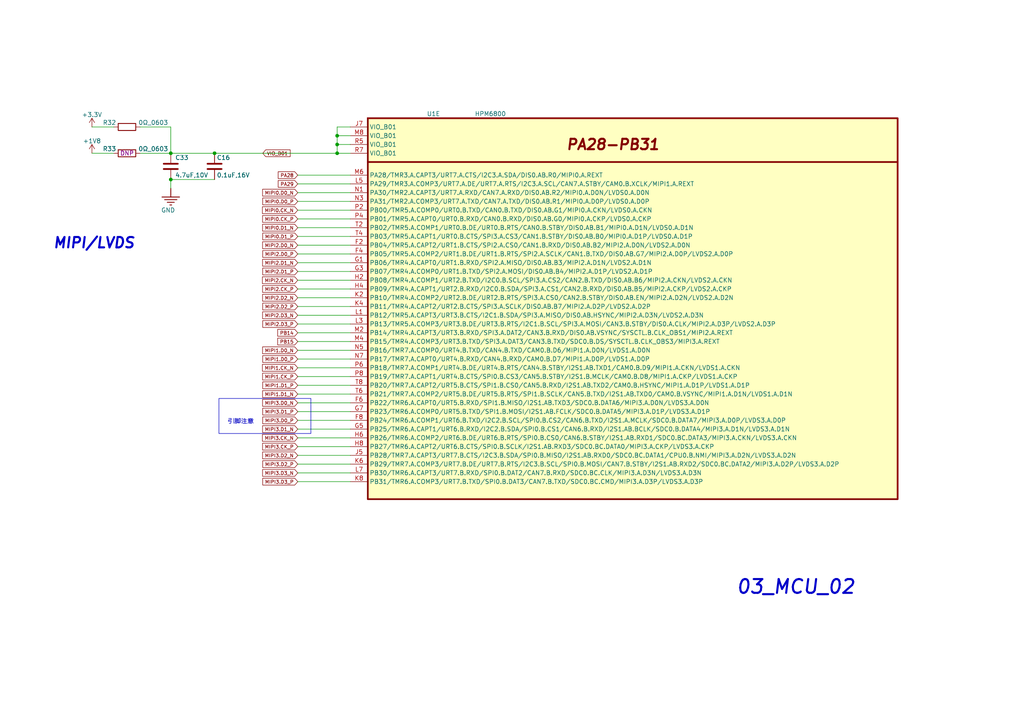
<source format=kicad_sch>
(kicad_sch (version 20230121) (generator eeschema)
  (paper "A4")
  (junction (at 62.23 44.45))
  (junction (at 97.79 44.45))
  (junction (at 49.53 52.07))
  (junction (at 97.79 41.91))
  (junction (at 49.53 44.45))
  (junction (at 97.79 39.37))
  (wire (pts (xy 97.79 44.45) (xy 101.6 44.45)))
  (wire (pts (xy 86.36 96.52) (xy 101.6 96.52)) (stroke (width 0.15)))
  (wire (pts (xy 49.53 36.83) (xy 49.53 44.45)))
  (wire (pts (xy 97.79 39.37) (xy 101.6 39.37)))
  (wire (pts (xy 97.79 36.83) (xy 101.6 36.83)) (stroke (width 0.15)))
  (wire (pts (xy 86.36 66.04) (xy 101.6 66.04)) (stroke (width 0.15)))
  (wire (pts (xy 26.67 36.83) (xy 33.02 36.83)) (stroke (width 0.15)))
  (wire (pts (xy 97.79 41.91) (xy 101.6 41.91)))
  (wire (pts (xy 86.36 137.16) (xy 101.6 137.16)) (stroke (width 0.15)))
  (wire (pts (xy 86.36 106.68) (xy 101.6 106.68)) (stroke (width 0.15)))
  (wire (pts (xy 97.79 39.37) (xy 97.79 41.91)))
  (wire (pts (xy 86.36 63.5) (xy 101.6 63.5)) (stroke (width 0.15)))
  (wire (pts (xy 86.36 99.06) (xy 101.6 99.06)) (stroke (width 0.15)))
  (wire (pts (xy 86.36 50.8) (xy 101.6 50.8)) (stroke (width 0.15)))
  (wire (pts (xy 86.36 53.34) (xy 101.6 53.34)) (stroke (width 0.15)))
  (wire (pts (xy 86.36 111.76) (xy 101.6 111.76)) (stroke (width 0.15)))
  (wire (pts (xy 86.36 81.28) (xy 101.6 81.28)) (stroke (width 0.15)))
  (wire (pts (xy 86.36 127) (xy 101.6 127)) (stroke (width 0.15)))
  (wire (pts (xy 86.36 91.44) (xy 101.6 91.44)) (stroke (width 0.15)))
  (wire (pts (xy 86.36 83.82) (xy 101.6 83.82)) (stroke (width 0.15)))
  (wire (pts (xy 86.36 88.9) (xy 101.6 88.9)) (stroke (width 0.15)))
  (wire (pts (xy 86.36 55.88) (xy 101.6 55.88)) (stroke (width 0.15)))
  (wire (pts (xy 86.36 134.62) (xy 101.6 134.62)) (stroke (width 0.15)))
  (wire (pts (xy 26.67 44.45) (xy 33.02 44.45)) (stroke (width 0.15)))
  (wire (pts (xy 86.36 68.58) (xy 101.6 68.58)) (stroke (width 0.15)))
  (wire (pts (xy 86.36 86.36) (xy 101.6 86.36)) (stroke (width 0.15)))
  (wire (pts (xy 86.36 78.74) (xy 101.6 78.74)) (stroke (width 0.15)))
  (wire (pts (xy 49.53 52.07) (xy 62.23 52.07)) (stroke (width 0.15)))
  (wire (pts (xy 49.53 54.61) (xy 49.53 52.07)) (stroke (width 0.15)))
  (wire (pts (xy 86.36 119.38) (xy 101.6 119.38)) (stroke (width 0.15)))
  (wire (pts (xy 86.36 132.08) (xy 101.6 132.08)) (stroke (width 0.15)))
  (wire (pts (xy 86.36 116.84) (xy 101.6 116.84)) (stroke (width 0.15)))
  (wire (pts (xy 86.36 109.22) (xy 101.6 109.22)) (stroke (width 0.15)))
  (wire (pts (xy 86.36 101.6) (xy 101.6 101.6)) (stroke (width 0.15)))
  (wire (pts (xy 86.36 71.12) (xy 101.6 71.12)) (stroke (width 0.15)))
  (wire (pts (xy 97.79 36.83) (xy 97.79 39.37)))
  (wire (pts (xy 86.36 104.14) (xy 101.6 104.14)) (stroke (width 0.15)))
  (wire (pts (xy 62.23 44.45) (xy 97.79 44.45)))
  (wire (pts (xy 49.53 44.45) (xy 62.23 44.45)))
  (wire (pts (xy 86.36 121.92) (xy 101.6 121.92)) (stroke (width 0.15)))
  (wire (pts (xy 86.36 58.42) (xy 101.6 58.42)) (stroke (width 0.15)))
  (wire (pts (xy 86.36 93.98) (xy 101.6 93.98)) (stroke (width 0.15)))
  (wire (pts (xy 86.36 114.3) (xy 101.6 114.3)) (stroke (width 0.15)))
  (wire (pts (xy 86.36 124.46) (xy 101.6 124.46)) (stroke (width 0.15)))
  (wire (pts (xy 86.36 129.54) (xy 101.6 129.54)) (stroke (width 0.15)))
  (wire (pts (xy 40.64 44.45) (xy 49.53 44.45)))
  (wire (pts (xy 40.64 36.83) (xy 49.53 36.83)) (stroke (width 0.15)))
  (wire (pts (xy 86.36 73.66) (xy 101.6 73.66)) (stroke (width 0.15)))
  (wire (pts (xy 97.79 41.91) (xy 97.79 44.45)))
  (wire (pts (xy 86.36 139.7) (xy 101.6 139.7)) (stroke (width 0.15)))
  (wire (pts (xy 86.36 60.96) (xy 101.6 60.96)) (stroke (width 0.15)))
  (wire (pts (xy 86.36 76.2) (xy 101.6 76.2)) (stroke (width 0.15)))
  (rectangle (start 63.5 115.57) (end 90.17 125.73))
  (text "MIPI/LVDS" (at 15.24 72.39 0) (effects (font (size 3 3) (thickness 0.6) bold italic) (justify left bottom)))
  (text "引脚注意" (at 66.04 123.19 0) (effects (font (size 1.27 1.27)) (justify left bottom)))
  (text "03_MCU_02" (at 213.36 172.72 0) (effects (font (size 4 4) (thickness 0.6) bold italic) (justify left bottom)))
  (global_label "MIPI2.D1_N" (shape input) (at 86.36 76.2 180) (effects (font (size 1 1))) (property "Intersheetrefs" "${INTERSHEET_REFS}" (effects hide)))
  (global_label "MIPI0.D1_N" (shape input) (at 86.36 66.04 180) (effects (font (size 1 1))) (property "Intersheetrefs" "${INTERSHEET_REFS}" (effects hide)))
  (global_label "MIPI2.D0_P" (shape input) (at 86.36 73.66 180) (effects (font (size 1 1))) (property "Intersheetrefs" "${INTERSHEET_REFS}" (effects hide)))
  (global_label "MIPI3.D3_P" (shape input) (at 86.36 139.7 180) (effects (font (size 1 1))) (property "Intersheetrefs" "${INTERSHEET_REFS}" (effects hide)))
  (global_label "MIPI3.D0_P" (shape input) (at 86.36 121.92 180) (effects (font (size 1 1))) (property "Intersheetrefs" "${INTERSHEET_REFS}" (effects hide)))
  (global_label "MIPI3.D0_N" (shape input) (at 86.36 116.84 180) (effects (font (size 1 1))) (property "Intersheetrefs" "${INTERSHEET_REFS}" (effects hide)))
  (global_label "MIPI2.CK_P" (shape input) (at 86.36 83.82 180) (effects (font (size 1 1))) (property "Intersheetrefs" "${INTERSHEET_REFS}" (effects hide)))
  (global_label "MIPI3.CK_P" (shape input) (at 86.36 129.54 180) (effects (font (size 1 1))) (property "Intersheetrefs" "${INTERSHEET_REFS}" (effects hide)))
  (global_label "MIPI1.D0_P" (shape input) (at 86.36 104.14 180) (effects (font (size 1 1))) (property "Intersheetrefs" "${INTERSHEET_REFS}" (effects hide)))
  (global_label "MIPI2.D3_N" (shape input) (at 86.36 91.44 180) (effects (font (size 1 1))) (property "Intersheetrefs" "${INTERSHEET_REFS}" (effects hide)))
  (global_label "MIPI1.D0_N" (shape input) (at 86.36 101.6 180) (effects (font (size 1 1))) (property "Intersheetrefs" "${INTERSHEET_REFS}" (effects hide)))
  (global_label "MIPI0.CK_P" (shape input) (at 86.36 63.5 180) (effects (font (size 1 1))) (property "Intersheetrefs" "${INTERSHEET_REFS}" (effects hide)))
  (global_label "PA29" (shape input) (at 86.36 53.34 180) (effects (font (size 1 1))) (property "Intersheetrefs" "${INTERSHEET_REFS}" (effects hide)))
  (global_label "MIPI2.CK_N" (shape input) (at 86.36 81.28 180) (effects (font (size 1 1))) (property "Intersheetrefs" "${INTERSHEET_REFS}" (effects hide)))
  (global_label "MIPI1.CK_P" (shape input) (at 86.36 109.22 180) (effects (font (size 1 1))) (property "Intersheetrefs" "${INTERSHEET_REFS}" (effects hide)))
  (global_label "PA28" (shape input) (at 86.36 50.8 180) (effects (font (size 1 1))) (property "Intersheetrefs" "${INTERSHEET_REFS}" (effects hide)))
  (global_label "PB14" (shape input) (at 86.36 96.52 180) (effects (font (size 1 1))) (property "Intersheetrefs" "${INTERSHEET_REFS}" (effects hide)))
  (global_label "MIPI2.D0_N" (shape input) (at 86.36 71.12 180) (effects (font (size 1 1))) (property "Intersheetrefs" "${INTERSHEET_REFS}" (effects hide)))
  (global_label "MIPI3.D2_N" (shape input) (at 86.36 132.08 180) (effects (font (size 1 1))) (property "Intersheetrefs" "${INTERSHEET_REFS}" (effects hide)))
  (global_label "MIPI1.CK_N" (shape input) (at 86.36 106.68 180) (effects (font (size 1 1))) (property "Intersheetrefs" "${INTERSHEET_REFS}" (effects hide)))
  (global_label "MIPI0.CK_N" (shape input) (at 86.36 60.96 180) (effects (font (size 1 1))) (property "Intersheetrefs" "${INTERSHEET_REFS}" (effects hide)))
  (global_label "MIPI3.D1_P" (shape input) (at 86.36 119.38 180) (effects (font (size 1 1))) (property "Intersheetrefs" "${INTERSHEET_REFS}" (effects hide)))
  (global_label "MIPI2.D3_P" (shape input) (at 86.36 93.98 180) (effects (font (size 1 1))) (property "Intersheetrefs" "${INTERSHEET_REFS}" (effects hide)))
  (global_label "MIPI2.D2_N" (shape input) (at 86.36 86.36 180) (effects (font (size 1 1))) (property "Intersheetrefs" "${INTERSHEET_REFS}" (effects hide)))
  (global_label "MIPI1.D1_P" (shape input) (at 86.36 111.76 180) (effects (font (size 1 1))) (property "Intersheetrefs" "${INTERSHEET_REFS}" (effects hide)))
  (global_label "MIPI3.CK_N" (shape input) (at 86.36 127 180) (effects (font (size 1 1))) (property "Intersheetrefs" "${INTERSHEET_REFS}" (effects hide)))
  (global_label "PB15" (shape input) (at 86.36 99.06 180) (effects (font (size 1 1))) (property "Intersheetrefs" "${INTERSHEET_REFS}" (effects hide)))
  (global_label "VIO_B01" (shape input) (at 76.2 44.45 0) (effects (font (size 1 1))) (property "Intersheetrefs" "${INTERSHEET_REFS}" (effects hide)))
  (global_label "MIPI1.D1_N" (shape input) (at 86.36 114.3 180) (effects (font (size 1 1))) (property "Intersheetrefs" "${INTERSHEET_REFS}" (effects hide)))
  (global_label "MIPI3.D2_P" (shape input) (at 86.36 134.62 180) (effects (font (size 1 1))) (property "Intersheetrefs" "${INTERSHEET_REFS}" (effects hide)))
  (global_label "MIPI2.D1_P" (shape input) (at 86.36 78.74 180) (effects (font (size 1 1))) (property "Intersheetrefs" "${INTERSHEET_REFS}" (effects hide)))
  (global_label "MIPI0.D0_N" (shape input) (at 86.36 55.88 180) (effects (font (size 1 1))) (property "Intersheetrefs" "${INTERSHEET_REFS}" (effects hide)))
  (global_label "MIPI0.D1_P" (shape input) (at 86.36 68.58 180) (effects (font (size 1 1))) (property "Intersheetrefs" "${INTERSHEET_REFS}" (effects hide)))
  (global_label "MIPI3.D3_N" (shape input) (at 86.36 137.16 180) (effects (font (size 1 1))) (property "Intersheetrefs" "${INTERSHEET_REFS}" (effects hide)))
  (global_label "MIPI2.D2_P" (shape input) (at 86.36 88.9 180) (effects (font (size 1 1))) (property "Intersheetrefs" "${INTERSHEET_REFS}" (effects hide)))
  (global_label "MIPI0.D0_P" (shape input) (at 86.36 58.42 180) (effects (font (size 1 1))) (property "Intersheetrefs" "${INTERSHEET_REFS}" (effects hide)))
  (global_label "MIPI3.D1_N" (shape input) (at 86.36 124.46 180) (effects (font (size 1 1))) (property "Intersheetrefs" "${INTERSHEET_REFS}" (effects hide)))
  (symbol (lib_id "05_HPM_Conn:GND") (at 49.53 54.61 0) (unit 1)
    (property "Reference" "#PWR0140" (effects hide))
    (property "Value" "GND" (at 50.8 60.96 0) (effects (justify right)))
  )
  (symbol (lib_id "power:+3.3V") (at 26.67 36.83 0) (unit 1)
    (property "Reference" "#PWR0210" (effects hide))
    (property "Value" "+3.3V" (at 26.67 33.274 0))
  )
  (symbol (lib_name "4.7uF,10V_1") (lib_id "03_HPM_Capacitance:4.7uF,10V") (at 49.53 48.26 0) (unit 1)
    (property "Reference" "C33" (at 50.8 45.72 0) (effects (justify left)))
    (property "Value" "4.7uF,10V" (at 50.8 50.8 0) (effects (justify left)))
    (property "Footprint" "03_HPM_Capacitance:C_0402" (effects hide))
    (property "Model" " CL05A475MP5NRNC" (effects hide))
    (property "Company" " SAMSUNG(三星)" (effects hide))
    (instances (project "HPM1500_DDR2_CORE_RevA" (path "" (reference "C33") (unit 1)) (path "" (reference "C134") (unit 1)) (path "" (reference "C1") (unit 1))))
  )
  (symbol (lib_id "03_HPM_Capacitance:0.1uF,16V") (at 62.23 48.26 0) (unit 1)
    (property "Reference" "C16" (at 62.865 45.72 0) (effects (justify left)))
    (property "Value" "0.1uF,16V" (at 62.865 50.8 0) (effects (justify left)))
    (property "Footprint" "03_HPM_Capacitance:C_0402" (effects hide))
    (property "Model" "CL05B104KO5NNNC" (effects hide))
    (property "Company" "SAMSUNG(三星)" (effects hide))
  )
  (symbol (lib_id "00_HPM6800_Library:HPM6880IBD1") (at 260.35 34.29 0) (unit 5)
    (property "Reference" "U1" (at 125.73 33.02 0))
    (property "Value" "HPM6800" (at 142.24 33.02 0))
    (property "Footprint" "00_HPM_Library:BGA_417" (effects hide))
    (property "Company" "HPM" (effects hide))
  )
  (symbol (lib_id "02_HPM_Resistor:0Ω_0603") (at 36.83 36.83 0) (unit 1)
    (property "Reference" "R32" (at 31.75 35.56 0))
    (property "Value" "0Ω_0603" (at 44.45 35.56 0))
    (property "Footprint" "02_HPM_Resistor:R_0603_1608Metric" (effects hide))
    (property "Model" "0603WAF0000T5E" (effects hide))
    (property "Company" "UNI-ROYAL(厚声)" (effects hide))
  )
  (symbol (lib_id "02_HPM_Resistor:0Ω_0603") (at 36.83 44.45 0) (unit 1)
    (property "Reference" "R33" (at 31.75 43.18 0))
    (property "Value" "0Ω_0603" (at 44.45 43.18 0))
    (property "Footprint" "02_HPM_Resistor:R_0603" (effects hide))
    (property "Model" "0603WAF0000T5E" (effects hide))
    (property "Company" "UNI-ROYAL(厚声)" (effects hide))
    (property "ASSY_OPT" "DNP" (at 36.83 44.45 0))
  )
  (symbol (lib_id "power:+1V8") (at 26.67 44.45 0) (unit 1)
    (property "Reference" "#PWR0211" (effects hide))
    (property "Value" "+1V8" (at 26.67 40.894 0))
  )
)
</source>
